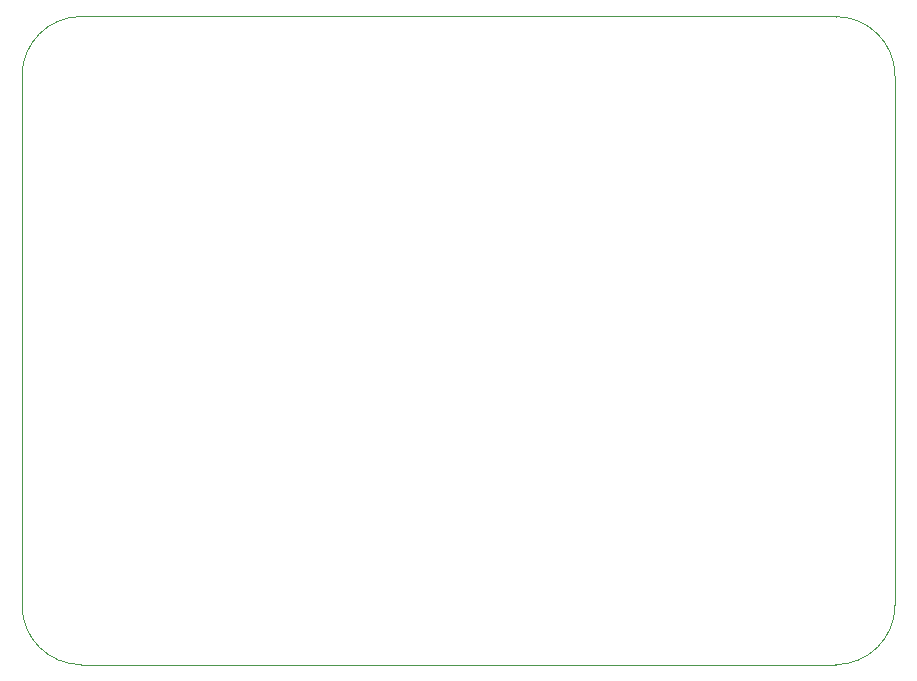
<source format=gbr>
%TF.GenerationSoftware,Altium Limited,Altium Designer,20.1.12 (249)*%
G04 Layer_Color=0*
%FSLAX26Y26*%
%MOIN*%
%TF.SameCoordinates,71B6AE89-9338-4103-9D56-E4713A122201*%
%TF.FilePolarity,Positive*%
%TF.FileFunction,Profile,NP*%
%TF.Part,Single*%
G01*
G75*
%TA.AperFunction,Profile*%
%ADD15C,0.001000*%
D15*
X5197Y202754D02*
G03*
X203082Y4868I197885J0D01*
G01*
Y5000D01*
X2718316Y5000D01*
X2717332Y5000D01*
D02*
G03*
X2915215Y202884I0J197883D01*
G01*
X2915362Y202646D01*
X2915354Y1967233D01*
Y1967232D01*
D02*
G03*
X2717434Y2165152I-197920J0D01*
G01*
Y2165354D01*
X203286D01*
Y2165527D01*
D02*
G03*
X5197Y1967437I0J-198090D01*
G01*
Y1967437D01*
X5197Y202754D01*
%TF.MD5,e17989abb4567eaa23c6b1eaa849b5c8*%
M02*

</source>
